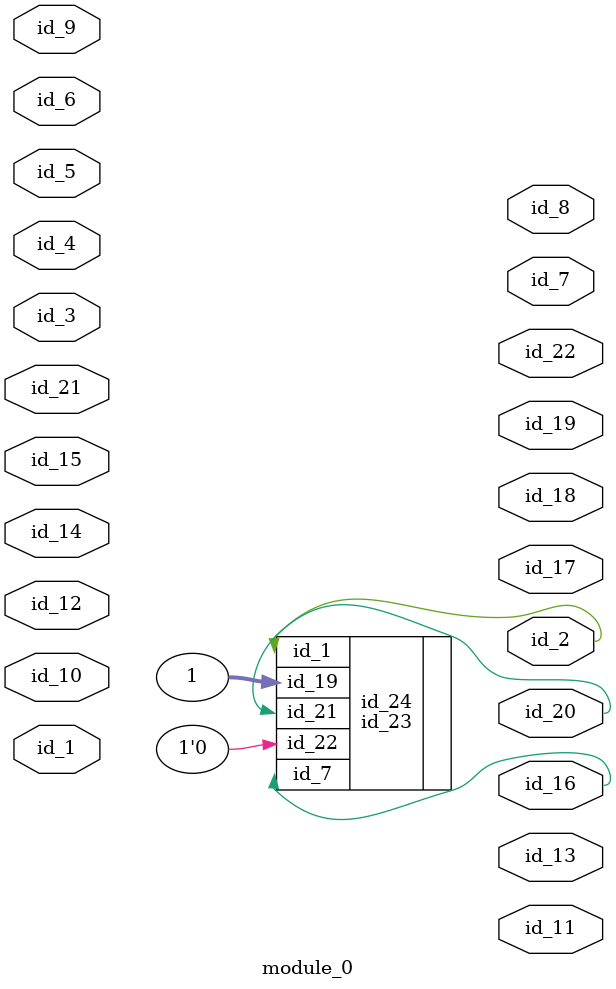
<source format=v>
module module_0 (
    id_1,
    id_2,
    id_3,
    id_4,
    id_5,
    id_6,
    id_7,
    id_8,
    id_9,
    id_10,
    id_11,
    id_12,
    id_13,
    id_14,
    id_15,
    id_16,
    id_17,
    id_18,
    id_19,
    id_20,
    id_21,
    id_22
);
  output id_22;
  input id_21;
  output id_20;
  output id_19;
  output id_18;
  output id_17;
  output id_16;
  input id_15;
  input id_14;
  output id_13;
  input id_12;
  output id_11;
  input id_10;
  input id_9;
  output id_8;
  output id_7;
  input id_6;
  input id_5;
  input id_4;
  input id_3;
  output id_2;
  input id_1;
  id_23 id_24 (
      .id_21(id_20),
      .id_22(1'b0),
      .id_7 (id_16),
      .id_19(id_7),
      .id_19(1),
      .id_1 (id_2)
  );
endmodule

</source>
